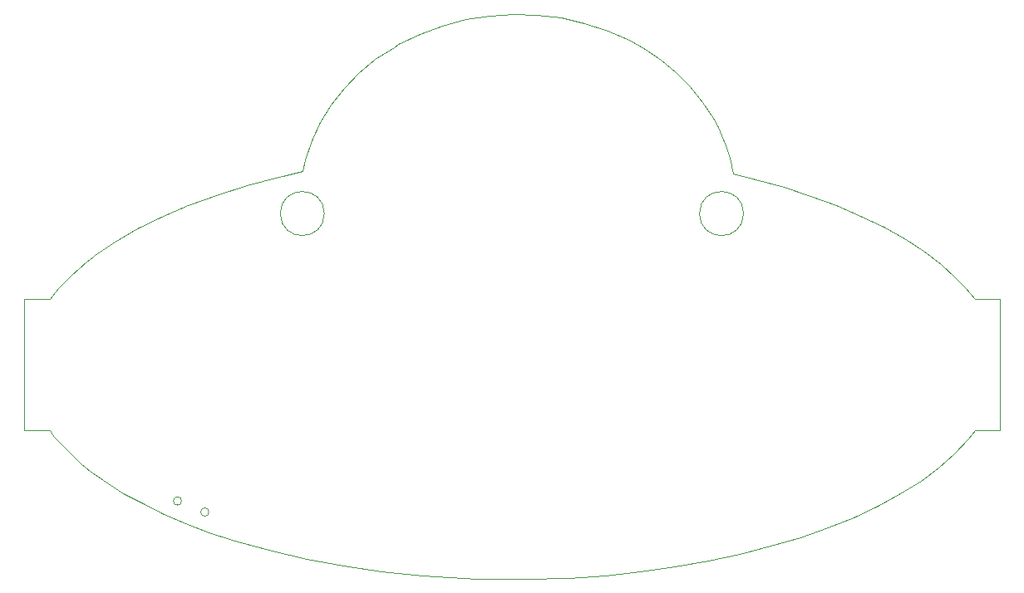
<source format=gbr>
%TF.GenerationSoftware,KiCad,Pcbnew,5.1.10-88a1d61d58~88~ubuntu20.04.1*%
%TF.CreationDate,2021-10-16T20:43:53-04:00*%
%TF.ProjectId,Spaceship-Badge-555,53706163-6573-4686-9970-2d4261646765,rev?*%
%TF.SameCoordinates,Original*%
%TF.FileFunction,Profile,NP*%
%FSLAX46Y46*%
G04 Gerber Fmt 4.6, Leading zero omitted, Abs format (unit mm)*
G04 Created by KiCad (PCBNEW 5.1.10-88a1d61d58~88~ubuntu20.04.1) date 2021-10-16 20:43:53*
%MOMM*%
%LPD*%
G01*
G04 APERTURE LIST*
%TA.AperFunction,Profile*%
%ADD10C,0.050000*%
%TD*%
%TA.AperFunction,Profile*%
%ADD11C,0.010000*%
%TD*%
G04 APERTURE END LIST*
D10*
X165489440Y-117942360D02*
G75*
G03*
X165489440Y-117942360I-425000J0D01*
G01*
X162708960Y-116809520D02*
G75*
G03*
X162708960Y-116809520I-425000J0D01*
G01*
X219945567Y-87513366D02*
G75*
G03*
X219945567Y-87513366I-2245567J0D01*
G01*
X177245567Y-87513366D02*
G75*
G03*
X177245567Y-87513366I-2245567J0D01*
G01*
D11*
%TO.C,G\u002A\u002A\u002A*%
X198941113Y-67246122D02*
X201370572Y-67550717D01*
X201370572Y-67550717D02*
X203757791Y-68085045D01*
X203757791Y-68085045D02*
X206079726Y-68848686D01*
X206079726Y-68848686D02*
X208313329Y-69841216D01*
X208313329Y-69841216D02*
X209902525Y-70726915D01*
X209902525Y-70726915D02*
X211517406Y-71835953D01*
X211517406Y-71835953D02*
X213056039Y-73133927D01*
X213056039Y-73133927D02*
X214477922Y-74577489D01*
X214477922Y-74577489D02*
X215742555Y-76123293D01*
X215742555Y-76123293D02*
X216809437Y-77727992D01*
X216809437Y-77727992D02*
X217320489Y-78666275D01*
X217320489Y-78666275D02*
X217721175Y-79558022D01*
X217721175Y-79558022D02*
X218106721Y-80575809D01*
X218106721Y-80575809D02*
X218438991Y-81609164D01*
X218438991Y-81609164D02*
X218679853Y-82547611D01*
X218679853Y-82547611D02*
X218708478Y-82687265D01*
X218708478Y-82687265D02*
X218862346Y-83472832D01*
X218862346Y-83472832D02*
X221173236Y-84045155D01*
X221173236Y-84045155D02*
X224012139Y-84815787D01*
X224012139Y-84815787D02*
X226748887Y-85692941D01*
X226748887Y-85692941D02*
X229365368Y-86667252D01*
X229365368Y-86667252D02*
X231843472Y-87729354D01*
X231843472Y-87729354D02*
X234165090Y-88869880D01*
X234165090Y-88869880D02*
X236312111Y-90079466D01*
X236312111Y-90079466D02*
X238266425Y-91348745D01*
X238266425Y-91348745D02*
X240009922Y-92668351D01*
X240009922Y-92668351D02*
X241524491Y-94028918D01*
X241524491Y-94028918D02*
X242504865Y-95077074D01*
X242504865Y-95077074D02*
X243502902Y-96238296D01*
X243502902Y-96238296D02*
X246069177Y-96238296D01*
X246069177Y-96238296D02*
X246069177Y-109592935D01*
X246069177Y-109592935D02*
X243496342Y-109592935D01*
X243496342Y-109592935D02*
X242808581Y-110440615D01*
X242808581Y-110440615D02*
X241438508Y-111944844D01*
X241438508Y-111944844D02*
X239824891Y-113387446D01*
X239824891Y-113387446D02*
X237979656Y-114764266D01*
X237979656Y-114764266D02*
X235914730Y-116071152D01*
X235914730Y-116071152D02*
X233642038Y-117303950D01*
X233642038Y-117303950D02*
X231173507Y-118458506D01*
X231173507Y-118458506D02*
X228521064Y-119530667D01*
X228521064Y-119530667D02*
X225696634Y-120516279D01*
X225696634Y-120516279D02*
X222712144Y-121411190D01*
X222712144Y-121411190D02*
X219579520Y-122211244D01*
X219579520Y-122211244D02*
X216310689Y-122912289D01*
X216310689Y-122912289D02*
X212917577Y-123510172D01*
X212917577Y-123510172D02*
X209412109Y-124000738D01*
X209412109Y-124000738D02*
X205806213Y-124379834D01*
X205806213Y-124379834D02*
X202111815Y-124643307D01*
X202111815Y-124643307D02*
X202011961Y-124648724D01*
X202011961Y-124648724D02*
X201288339Y-124679095D01*
X201288339Y-124679095D02*
X200367687Y-124704535D01*
X200367687Y-124704535D02*
X199298551Y-124724838D01*
X199298551Y-124724838D02*
X198129472Y-124739796D01*
X198129472Y-124739796D02*
X196908996Y-124749201D01*
X196908996Y-124749201D02*
X195685666Y-124752846D01*
X195685666Y-124752846D02*
X194508027Y-124750523D01*
X194508027Y-124750523D02*
X193424622Y-124742025D01*
X193424622Y-124742025D02*
X192483995Y-124727145D01*
X192483995Y-124727145D02*
X191734690Y-124705674D01*
X191734690Y-124705674D02*
X191472270Y-124693776D01*
X191472270Y-124693776D02*
X187183216Y-124397917D01*
X187183216Y-124397917D02*
X183102824Y-123976546D01*
X183102824Y-123976546D02*
X179207888Y-123425826D01*
X179207888Y-123425826D02*
X175475199Y-122741920D01*
X175475199Y-122741920D02*
X171881550Y-121920991D01*
X171881550Y-121920991D02*
X168403736Y-120959204D01*
X168403736Y-120959204D02*
X167839796Y-120786821D01*
X167839796Y-120786821D02*
X165451581Y-119988907D01*
X165451581Y-119988907D02*
X163115165Y-119095268D01*
X163115165Y-119095268D02*
X160863783Y-118122342D01*
X160863783Y-118122342D02*
X158730669Y-117086566D01*
X158730669Y-117086566D02*
X156749059Y-116004378D01*
X156749059Y-116004378D02*
X154952188Y-114892213D01*
X154952188Y-114892213D02*
X153373292Y-113766511D01*
X153373292Y-113766511D02*
X152924243Y-113409979D01*
X152924243Y-113409979D02*
X152396876Y-112957342D01*
X152396876Y-112957342D02*
X151805113Y-112413970D01*
X151805113Y-112413970D02*
X151195061Y-111825983D01*
X151195061Y-111825983D02*
X150612826Y-111239496D01*
X150612826Y-111239496D02*
X150104515Y-110700629D01*
X150104515Y-110700629D02*
X149716235Y-110255497D01*
X149716235Y-110255497D02*
X149542898Y-110027836D01*
X149542898Y-110027836D02*
X149248043Y-109594724D01*
X149248043Y-109594724D02*
X147971497Y-109593830D01*
X147971497Y-109593830D02*
X146694951Y-109592935D01*
X146694951Y-109592935D02*
X146694951Y-96238296D01*
X146694951Y-96238296D02*
X149259700Y-96238296D01*
X149259700Y-96238296D02*
X149753255Y-95591103D01*
X149753255Y-95591103D02*
X150187814Y-95077133D01*
X150187814Y-95077133D02*
X150779959Y-94455360D01*
X150779959Y-94455360D02*
X151477575Y-93774798D01*
X151477575Y-93774798D02*
X152228544Y-93084465D01*
X152228544Y-93084465D02*
X152980749Y-92433376D01*
X152980749Y-92433376D02*
X153682072Y-91870546D01*
X153682072Y-91870546D02*
X153818406Y-91767857D01*
X153818406Y-91767857D02*
X155856166Y-90379799D01*
X155856166Y-90379799D02*
X158132562Y-89063636D01*
X158132562Y-89063636D02*
X160632731Y-87825636D01*
X160632731Y-87825636D02*
X163341811Y-86672066D01*
X163341811Y-86672066D02*
X166244940Y-85609195D01*
X166244940Y-85609195D02*
X169327255Y-84643291D01*
X169327255Y-84643291D02*
X172573894Y-83780622D01*
X172573894Y-83780622D02*
X173001272Y-83677806D01*
X173001272Y-83677806D02*
X175020480Y-83197679D01*
X175020480Y-83197679D02*
X175316872Y-82019326D01*
X175316872Y-82019326D02*
X175942611Y-80062383D01*
X175942611Y-80062383D02*
X176809730Y-78183633D01*
X176809730Y-78183633D02*
X177905196Y-76399285D01*
X177905196Y-76399285D02*
X179215974Y-74725545D01*
X179215974Y-74725545D02*
X180729032Y-73178622D01*
X180729032Y-73178622D02*
X182431335Y-71774722D01*
X182431335Y-71774722D02*
X184309850Y-70530054D01*
X184309850Y-70530054D02*
X184767964Y-70266608D01*
X184767964Y-70266608D02*
X186966875Y-69183934D01*
X186966875Y-69183934D02*
X189261827Y-68333527D01*
X189261827Y-68333527D02*
X191629774Y-67714965D01*
X191629774Y-67714965D02*
X194047668Y-67327824D01*
X194047668Y-67327824D02*
X196492463Y-67171685D01*
X196492463Y-67171685D02*
X198941113Y-67246122D01*
X198941113Y-67246122D02*
X198941113Y-67246122D01*
%TD*%
M02*

</source>
